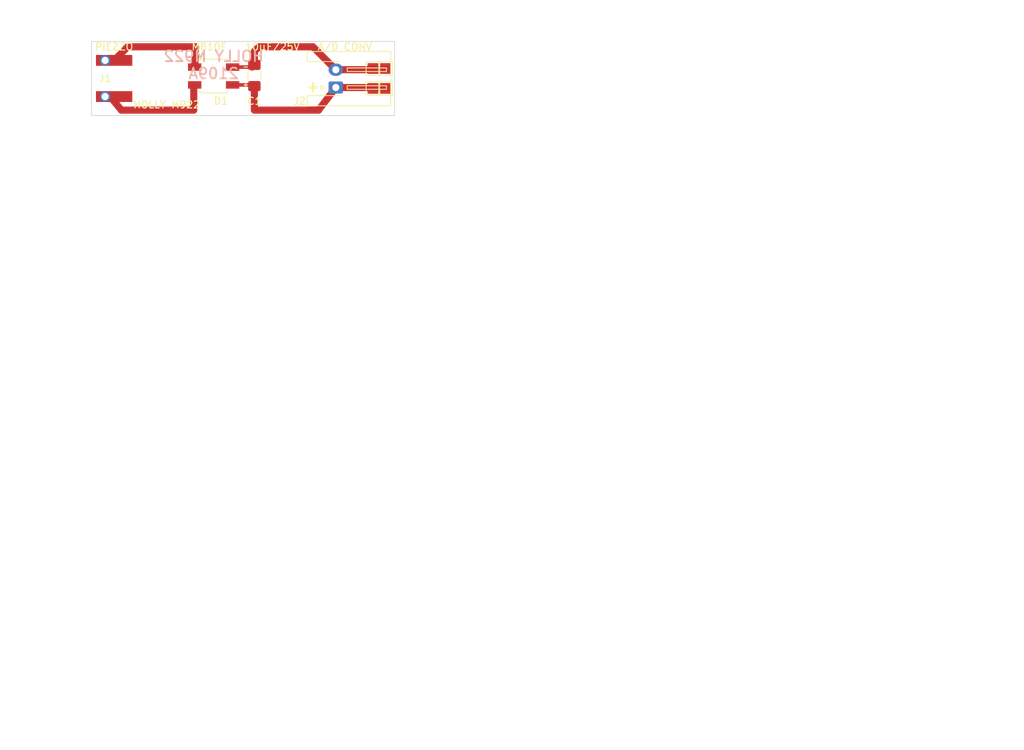
<source format=kicad_pcb>
(kicad_pcb (version 20211014) (generator pcbnew)
  (layers (0 "F.Cu" signal) (31 "B.Cu" signal) (34 "B.Paste" user) (35 "F.Paste" user) (36 "B.SilkS" user "B.Silkscreen") (37 "F.SilkS" user "F.Silkscreen") (38 "B.Mask" user) (39 "F.Mask" user) (44 "Edge.Cuts" user))
  (net 0 "")
  (net 1 "Net-(C1-Pad1)")
  (net 2 "Net-(D1-Pad2)")
  (net 3 "Net-(D1-Pad4)")
  (net 4 "Net-(C1-Pad2)")
  (footprint "Capacitor_SMD:C_1206_3216Metric_Pad1.42x1.75mm_HandSolder" (layer "F.Cu") (at 135.255 85.3075 90)
    (fp_text reference "C1" (at -3.5925 0 180) (layer "F.SilkS"))
    (fp_text value "10μF/25V" (at 4.0275 2.54 180) (layer "F.SilkS"))
    (fp_line (start -0.602064 -0.91) (end 0.602064 -0.91) (layer "F.SilkS") (width 0.12))
    (fp_line (start -0.602064 0.91) (end 0.602064 0.91) (layer "F.SilkS") (width 0.12))
    (pad "1" smd roundrect locked (at -1.4875 0 90) (size 1.425 1.75) (layers "F.Cu" "F.Paste" "F.Mask") (roundrect_rratio 0.175439) (net 1 "Net-(C1-Pad1)"))
    (pad "2" smd roundrect locked (at 1.4875 0 90) (size 1.425 1.75) (layers "F.Cu" "F.Paste" "F.Mask") (roundrect_rratio 0.175439) (net 4 "Net-(C1-Pad2)"))
  )
  (footprint "DIOB_MB10F-13" (layer "F.Cu") (at 129.54 85.378001 180)
    (fp_text reference "D1" (at -1.016 -3.521999) (layer "F.SilkS"))
    (fp_text value "MB10F" (at 0.635 4.098001) (layer "F.SilkS"))
    (fp_line (start 1.925 -2.095) (end 1.925 -2.3625) (layer "F.SilkS") (width 0.127))
    (fp_line (start -4.5 -1.5) (end -4.5 -1) (layer "F.SilkS") (width 0.127))
    (fp_line (start -1.925 -2.3625) (end -1.925 -2.095) (layer "F.SilkS") (width 0.127))
    (fp_line (start -4.75 -1.25) (end -4.25 -1.25) (layer "F.SilkS") (width 0.127))
    (fp_line (start 1.925 2.3625) (end 1.925 2.095) (layer "F.SilkS") (width 0.127))
    (fp_line (start -1.925 2.095) (end -1.925 2.3625) (layer "F.SilkS") (width 0.127))
    (fp_line (start -4.75 1.25) (end -4.25 1.25) (layer "F.SilkS") (width 0.127))
    (fp_line (start 1.925 -2.3625) (end -1.925 -2.3625) (layer "F.SilkS") (width 0.127))
    (fp_line (start -1.925 2.3625) (end 1.925 2.3625) (layer "F.SilkS") (width 0.127))
    (pad "1" smd rect locked (at -2.6625 -1.25 180) (size 1.875 1.05) (layers "F.Cu" "F.Paste" "F.Mask") (net 1 "Net-(C1-Pad1)"))
    (pad "2" smd rect locked (at 2.6625 -1.25 180) (size 1.875 1.05) (layers "F.Cu" "F.Paste" "F.Mask") (net 2 "Net-(D1-Pad2)"))
    (pad "3" smd rect locked (at -2.6625 1.25 180) (size 1.875 1.05) (layers "F.Cu" "F.Paste" "F.Mask") (net 4 "Net-(C1-Pad2)"))
    (pad "4" smd rect locked (at 2.6625 1.25 180) (size 1.875 1.05) (layers "F.Cu" "F.Paste" "F.Mask") (net 3 "Net-(D1-Pad4)"))
  )
  (footprint "HOLLY:LDT0-028K_MID" (layer "F.Cu") (at 113.03 83.185)
    (fp_text reference "J1" (at 1.27 2.54) (layer "F.SilkS"))
    (fp_text value "PIEZZO" (at 2.54 -1.905) (layer "F.SilkS"))
    (pad "1" smd custom locked (at 2.54 0) (size 5.1 1.524) (layers "F.Cu" "F.Paste" "F.Mask") (net 3 "Net-(D1-Pad4)") (options (clearance outline) (anchor rect)) (primitives))
    (pad "1" thru_hole circle locked (at 1.27 0) (size 1.5 1.5) (drill 1) (layers *.Cu *.Mask) (net 3 "Net-(D1-Pad4)"))
    (pad "2" thru_hole circle locked (at 1.27 5.08) (size 1.5 1.5) (drill 1) (layers *.Cu *.Mask) (net 2 "Net-(D1-Pad2)"))
    (pad "2" smd custom locked (at 2.54 5.08) (size 5.1 1.524) (layers "F.Cu" "F.Paste" "F.Mask") (net 2 "Net-(D1-Pad2)") (options (clearance outline) (anchor rect)) (primitives))
  )
  (footprint "Connector_JST:JST_XH_S2B-XH-A-1_1x02_P2.50mm_Horizontal" (layer "F.Cu") (at 146.685 86.995 90)
    (fp_text reference "J2" (at -1.905 -5.08 180) (layer "F.SilkS"))
    (fp_text value "A/D CONV" (at 5.715 1.27 180) (layer "F.SilkS"))
    (fp_line (start -2.56 7.71) (end -2.56 -4.01) (layer "F.SilkS") (width 0.12))
    (fp_line (start -0.3 -2.1) (end 0.3 -2.1) (layer "F.SilkS") (width 0.12))
    (fp_line (start 5.06 -4.01) (end 3.64 -4.01) (layer "F.SilkS") (width 0.12))
    (fp_line (start 2.25 1.6) (end 2.25 7.1) (layer "F.SilkS") (width 0.12))
    (fp_line (start -2.56 -4.01) (end -1.14 -4.01) (layer "F.SilkS") (width 0.12))
    (fp_line (start 5.06 7.71) (end 5.06 -4.01) (layer "F.SilkS") (width 0.12))
    (fp_line (start -0.25 7.1) (end 0.25 7.1) (layer "F.SilkS") (width 0.12))
    (fp_line (start 2.25 7.1) (end 2.75 7.1) (layer "F.SilkS") (width 0.12))
    (fp_line (start 1.25 7.71) (end -2.56 7.71) (layer "F.SilkS") (width 0.12))
    (fp_line (start 1.25 7.71) (end 5.06 7.71) (layer "F.SilkS") (width 0.12))
    (fp_line (start -1.14 -4.01) (end -1.14 0.49) (layer "F.SilkS") (width 0.12))
    (fp_line (start 2.75 7.1) (end 2.75 1.6) (layer "F.SilkS") (width 0.12))
    (fp_line (start 0.3 -2.1) (end 0 -1.5) (layer "F.SilkS") (width 0.12))
    (fp_line (start 0.25 1.6) (end -0.25 1.6) (layer "F.SilkS") (width 0.12))
    (fp_line (start 0.25 7.1) (end 0.25 1.6) (layer "F.SilkS") (width 0.12))
    (fp_line (start 2.75 1.6) (end 2.25 1.6) (layer "F.SilkS") (width 0.12))
    (fp_line (start -0.25 1.6) (end -0.25 7.1) (layer "F.SilkS") (width 0.12))
    (fp_line (start 0 -1.5) (end -0.3 -2.1) (layer "F.SilkS") (width 0.12))
    (fp_line (start 3.64 -4.01) (end 3.64 0.49) (layer "F.SilkS") (width 0.12))
    (pad "1" thru_hole roundrect locked (at 0 0 90) (size 1.7 2) (drill 1) (layers *.Cu *.Mask) (roundrect_rratio 0.147059) (net 1 "Net-(C1-Pad1)"))
    (pad "2" thru_hole oval locked (at 2.5 0 90) (size 1.7 2) (drill 1) (layers *.Cu *.Mask) (net 4 "Net-(C1-Pad2)"))
  )
  (footprint "MountingHole:MountingHole_2.7mm" (layer "F.Cu") (at 139.7 85.725)
    (fp_text reference "REF**" hide)
    (fp_text value "MountingHole_2.7mm" hide)
    (pad "" np_thru_hole circle locked (at 0 0) (size 2.7 2.7) (drill 2.7) (layers *.Cu *.Mask))
  )
  (footprint "MountingHole:MountingHole_2.7mm" (layer "F.Cu") (at 121.92 85.725)
    (fp_text reference "REF**" hide)
    (fp_text value "MountingHole_2.7mm" hide)
    (pad "" np_thru_hole circle locked (at 0 0) (size 2.7 2.7) (drill 2.7) (layers *.Cu *.Mask))
  )
  (footprint "" (layer "F.Cu") (at 122.682 88.646)
    (fp_text reference "" (at 113.03 83.185) (layer "F.SilkS") (effects (font (size 1.27 1.27))))
    (fp_text value "" (at 113.03 83.185) (layer "F.SilkS") (effects (font (size 1.27 1.27))))
    (fp_text user "HOLLY M922" (at 0.254 0.762 180) (layer "F.SilkS"))
  )
  (footprint "TestPoint:TestPoint_Pad_1.5x1.5mm" (layer "F.Cu") (at 151.892 87.122)
    (fp_text reference "TP1" hide)
    (fp_text value "TestPoint_Pad_1.5x1.5mm" hide)
    (fp_line (start 0.95 -0.95) (end 0.95 0.95) (layer "F.SilkS") (width 0.12))
    (fp_line (start 0.95 0.95) (end -0.95 0.95) (layer "F.SilkS") (width 0.12))
    (fp_line (start -0.95 -0.95) (end 0.95 -0.95) (layer "F.SilkS") (width 0.12))
    (fp_line (start -0.95 0.95) (end -0.95 -0.95) (layer "F.SilkS") (width 0.12))
    (pad "1" smd rect locked (at 0 0) (size 1.5 1.5) (layers "F.Cu" "F.Mask") (net 1 "Net-(C1-Pad1)"))
  )
  (footprint "TestPoint:TestPoint_Pad_1.5x1.5mm" (layer "F.Cu") (at 153.67 87.122)
    (fp_text reference "REF**" hide)
    (fp_text value "TestPoint_Pad_1.5x1.5mm" hide)
    (fp_line (start 0.95 -0.95) (end 0.95 0.95) (layer "F.SilkS") (width 0.12))
    (fp_line (start -0.95 -0.95) (end 0.95 -0.95) (layer "F.SilkS") (width 0.12))
    (fp_line (start 0.95 0.95) (end -0.95 0.95) (layer "F.SilkS") (width 0.12))
    (fp_line (start -0.95 0.95) (end -0.95 -0.95) (layer "F.SilkS") (width 0.12))
    (pad "1" smd rect locked (at 0 0) (size 1.5 1.5) (layers "F.Cu" "F.Mask") (net 1 "Net-(C1-Pad1)"))
  )
  (footprint "TestPoint:TestPoint_Pad_1.5x1.5mm" (layer "F.Cu") (at 153.67 84.328)
    (fp_text reference "REF**" hide)
    (fp_text value "TestPoint_Pad_1.5x1.5mm" hide)
    (fp_line (start -0.95 0.95) (end -0.95 -0.95) (layer "F.SilkS") (width 0.12))
    (fp_line (start 0.95 -0.95) (end 0.95 0.95) (layer "F.SilkS") (width 0.12))
    (fp_line (start 0.95 0.95) (end -0.95 0.95) (layer "F.SilkS") (width 0.12))
    (fp_line (start -0.95 -0.95) (end 0.95 -0.95) (layer "F.SilkS") (width 0.12))
    (pad "1" smd rect locked (at 0 0) (size 1.5 1.5) (layers "F.Cu" "F.Mask") (net 4 "Net-(C1-Pad2)"))
  )
  (footprint "TestPoint:TestPoint_Pad_1.5x1.5mm" (layer "F.Cu") (at 151.892 84.328)
    (fp_text reference "REF**" hide)
    (fp_text value "TestPoint_Pad_1.5x1.5mm" hide)
    (fp_line (start 0.95 0.95) (end -0.95 0.95) (layer "F.SilkS") (width 0.12))
    (fp_line (start -0.95 0.95) (end -0.95 -0.95) (layer "F.SilkS") (width 0.12))
    (fp_line (start 0.95 -0.95) (end 0.95 0.95) (layer "F.SilkS") (width 0.12))
    (fp_line (start -0.95 -0.95) (end 0.95 -0.95) (layer "F.SilkS") (width 0.12))
    (pad "1" smd rect locked (at 0 0) (size 1.5 1.5) (layers "F.Cu" "F.Mask") (net 4 "Net-(C1-Pad2)"))
  )
  (footprint "" (layer "F.Cu") (at 130.048 89.154)
    (fp_text reference "" (at 113.03 83.185) (layer "F.SilkS") (effects (font (size 1.27 1.27))))
    (fp_text value "" (at 113.03 83.185) (layer "F.SilkS") (effects (font (size 1.27 1.27))))
  )
  (footprint "" (layer "F.Cu") (at 120.65 96.52)
    (fp_text reference "" (at 113.03 83.185) (layer "F.SilkS") (effects (font (size 1.27 1.27))))
    (fp_text value "" (at 113.03 83.185) (layer "F.SilkS") (effects (font (size 1.27 1.27))))
  )
  (gr_line (start 112.395 80.518) (end 154.94 80.518) (layer "Edge.Cuts") (width 0.1))
  (gr_line (start 154.94 90.932) (end 112.395 90.932) (layer "Edge.Cuts") (width 0.1))
  (gr_line (start 112.395 90.932) (end 112.395 80.518) (layer "Edge.Cuts") (width 0.1))
  (gr_line (start 154.94 80.518) (end 154.94 90.932) (layer "Edge.Cuts") (width 0.1))
  (gr_text "HOLLY M922\n2109A" (at 129.54 83.82) (layer "B.SilkS") (effects (font (size 1.5 1.5) (thickness 0.25)) (justify mirror)))
  (gr_text "+" (at 143.51 86.868) (layer "F.SilkS") (effects (font (size 1.5 1.5) (thickness 0.3))))
  (segment (start 135.255 90.17) (end 144.26001 90.17) (width 1) (layer "F.Cu") (net 1))
  (segment (start 132.2025 86.628001) (end 135.088001 86.628001) (width 0.5) (layer "F.Cu") (net 1))
  (segment (start 146.685 86.995) (end 153.543 86.995) (width 1) (layer "F.Cu") (net 1))
  (segment (start 135.088001 86.628001) (end 135.255 86.795) (width 1) (layer "F.Cu") (net 1))
  (segment (start 144.26001 90.17) (end 146.685 86.995) (width 1) (layer "F.Cu") (net 1))
  (segment (start 153.543 86.995) (end 153.67 87.122) (width 1) (layer "F.Cu") (net 1))
  (segment (start 135.255 86.795) (end 135.255 89.916) (width 1) (layer "F.Cu") (net 1))
  (segment (start 126.746 89.916) (end 126.746 86.759501) (width 1) (layer "F.Cu") (net 2))
  (segment (start 126.746 86.759501) (end 126.8775 86.628001) (width 1) (layer "F.Cu") (net 2))
  (segment (start 115.43101 88.76101) (end 116.586 90.17) (width 1) (layer "F.Cu") (net 2))
  (segment (start 116.586 90.17) (end 126.746 90.17) (width 1) (layer "F.Cu") (net 2))
  (segment (start 127 81.28) (end 126.8775 84.128001) (width 1) (layer "F.Cu") (net 3))
  (segment (start 117.475 81.28) (end 127 81.28) (width 1) (layer "F.Cu") (net 3))
  (segment (start 115.57 83.185) (end 117.475 81.28) (width 1) (layer "F.Cu") (net 3))
  (segment (start 135.255 81.915) (end 135.89 81.28) (width 1) (layer "F.Cu") (net 4))
  (segment (start 134.946999 84.128001) (end 135.255 83.82) (width 1) (layer "F.Cu") (net 4))
  (segment (start 135.255 83.82) (end 135.255 81.915) (width 1) (layer "F.Cu") (net 4))
  (segment (start 135.89 81.28) (end 143.47 81.28) (width 1) (layer "F.Cu") (net 4))
  (segment (start 146.685 84.495) (end 153.503 84.495) (width 1) (layer "F.Cu") (net 4))
  (segment (start 143.47 81.28) (end 146.685 84.495) (width 1) (layer "F.Cu") (net 4))
  (segment (start 132.2025 84.128001) (end 134.946999 84.128001) (width 0.5) (layer "F.Cu") (net 4))
  (segment (start 153.503 84.495) (end 153.67 84.328) (width 1) (layer "F.Cu") (net 4))
)
</source>
